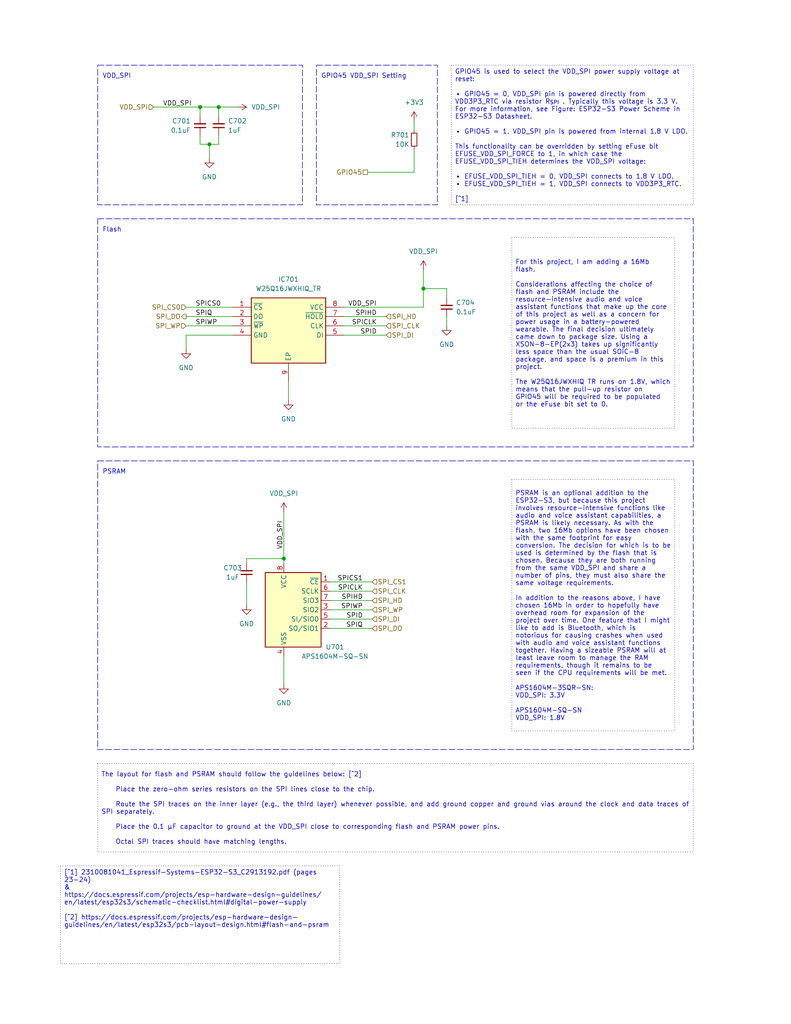
<source format=kicad_sch>
(kicad_sch
	(version 20231120)
	(generator "eeschema")
	(generator_version "8.0")
	(uuid "fe00a61c-d55a-4142-ad5f-2ce57ec2e881")
	(paper "A" portrait)
	(title_block
		(title "Comms Badge Voice Assistant")
		(date "2024-03-02")
		(rev "0.1.1")
		(company "Home Sweet Home Assistant")
	)
	(lib_symbols
		(symbol "Comms Badge Voice Assistant Project:+3V3"
			(power)
			(pin_names
				(offset 0)
			)
			(exclude_from_sim no)
			(in_bom yes)
			(on_board yes)
			(property "Reference" "#PWR"
				(at 0 -3.81 0)
				(effects
					(font
						(size 1.27 1.27)
					)
					(hide yes)
				)
			)
			(property "Value" "+3V3"
				(at 0 3.556 0)
				(effects
					(font
						(size 1.27 1.27)
					)
				)
			)
			(property "Footprint" ""
				(at 0 0 0)
				(effects
					(font
						(size 1.27 1.27)
					)
					(hide yes)
				)
			)
			(property "Datasheet" ""
				(at 0 0 0)
				(effects
					(font
						(size 1.27 1.27)
					)
					(hide yes)
				)
			)
			(property "Description" "Power symbol creates a global label with name \"+3V3\""
				(at 0 0 0)
				(effects
					(font
						(size 1.27 1.27)
					)
					(hide yes)
				)
			)
			(property "ki_keywords" "global power"
				(at 0 0 0)
				(effects
					(font
						(size 1.27 1.27)
					)
					(hide yes)
				)
			)
			(symbol "+3V3_0_1"
				(polyline
					(pts
						(xy -0.762 1.27) (xy 0 2.54)
					)
					(stroke
						(width 0)
						(type default)
					)
					(fill
						(type none)
					)
				)
				(polyline
					(pts
						(xy 0 0) (xy 0 2.54)
					)
					(stroke
						(width 0)
						(type default)
					)
					(fill
						(type none)
					)
				)
				(polyline
					(pts
						(xy 0 2.54) (xy 0.762 1.27)
					)
					(stroke
						(width 0)
						(type default)
					)
					(fill
						(type none)
					)
				)
			)
			(symbol "+3V3_1_1"
				(pin power_in line
					(at 0 0 90)
					(length 0) hide
					(name "+3V3"
						(effects
							(font
								(size 1.27 1.27)
							)
						)
					)
					(number "1"
						(effects
							(font
								(size 1.27 1.27)
							)
						)
					)
				)
			)
		)
		(symbol "Comms Badge Voice Assistant Project:C_Small"
			(pin_numbers hide)
			(pin_names
				(offset 0.254) hide)
			(exclude_from_sim no)
			(in_bom yes)
			(on_board yes)
			(property "Reference" "C"
				(at 0.254 1.778 0)
				(effects
					(font
						(size 1.27 1.27)
					)
					(justify left)
				)
			)
			(property "Value" "C_Small"
				(at 0.254 -2.032 0)
				(effects
					(font
						(size 1.27 1.27)
					)
					(justify left)
				)
			)
			(property "Footprint" ""
				(at 0 0 0)
				(effects
					(font
						(size 1.27 1.27)
					)
					(hide yes)
				)
			)
			(property "Datasheet" "~"
				(at 0 0 0)
				(effects
					(font
						(size 1.27 1.27)
					)
					(hide yes)
				)
			)
			(property "Description" "Unpolarized capacitor, small symbol"
				(at 0 0 0)
				(effects
					(font
						(size 1.27 1.27)
					)
					(hide yes)
				)
			)
			(property "ki_keywords" "capacitor cap"
				(at 0 0 0)
				(effects
					(font
						(size 1.27 1.27)
					)
					(hide yes)
				)
			)
			(property "ki_fp_filters" "C_*"
				(at 0 0 0)
				(effects
					(font
						(size 1.27 1.27)
					)
					(hide yes)
				)
			)
			(symbol "C_Small_0_1"
				(polyline
					(pts
						(xy -1.524 -0.508) (xy 1.524 -0.508)
					)
					(stroke
						(width 0.3302)
						(type default)
					)
					(fill
						(type none)
					)
				)
				(polyline
					(pts
						(xy -1.524 0.508) (xy 1.524 0.508)
					)
					(stroke
						(width 0.3048)
						(type default)
					)
					(fill
						(type none)
					)
				)
			)
			(symbol "C_Small_1_1"
				(pin passive line
					(at 0 2.54 270)
					(length 2.032)
					(name "~"
						(effects
							(font
								(size 1.27 1.27)
							)
						)
					)
					(number "1"
						(effects
							(font
								(size 1.27 1.27)
							)
						)
					)
				)
				(pin passive line
					(at 0 -2.54 90)
					(length 2.032)
					(name "~"
						(effects
							(font
								(size 1.27 1.27)
							)
						)
					)
					(number "2"
						(effects
							(font
								(size 1.27 1.27)
							)
						)
					)
				)
			)
		)
		(symbol "Comms Badge Voice Assistant Project:ESP-PSRAM32"
			(exclude_from_sim no)
			(in_bom yes)
			(on_board yes)
			(property "Reference" "U5"
				(at -8.89 1.27 0)
				(effects
					(font
						(size 1.27 1.27)
					)
					(justify right)
				)
			)
			(property "Value" "APS1604M-3SQR-SN"
				(at -8.89 -1.27 0)
				(effects
					(font
						(size 1.27 1.27)
					)
					(justify right)
				)
			)
			(property "Footprint" "Package_SO:SOIC-8_3.9x4.9mm_P1.27mm"
				(at 0 -15.24 0)
				(effects
					(font
						(size 1.27 1.27)
					)
					(hide yes)
				)
			)
			(property "Datasheet" "https://www.espressif.com/sites/default/files/documentation/esp-psram32_datasheet_en.pdf"
				(at -10.16 12.7 0)
				(effects
					(font
						(size 1.27 1.27)
					)
					(hide yes)
				)
			)
			(property "Description" "32 Mbit serial pseudo SRAM device organized as 4Mx8 bits, 1.8 VCC, SOIC8 (SOP8)"
				(at 0 0 0)
				(effects
					(font
						(size 1.27 1.27)
					)
					(hide yes)
				)
			)
			(property "ki_keywords" "32 Mbit serial pseudo SRAM MEMORY"
				(at 0 0 0)
				(effects
					(font
						(size 1.27 1.27)
					)
					(hide yes)
				)
			)
			(property "ki_fp_filters" "SOIC*3.9x4.9mm?P1.27mm*"
				(at 0 0 0)
				(effects
					(font
						(size 1.27 1.27)
					)
					(hide yes)
				)
			)
			(symbol "ESP-PSRAM32_0_1"
				(rectangle
					(start -7.62 10.16)
					(end 7.62 -10.16)
					(stroke
						(width 0.254)
						(type default)
					)
					(fill
						(type background)
					)
				)
			)
			(symbol "ESP-PSRAM32_1_1"
				(pin input line
					(at 10.16 7.62 180)
					(length 2.54)
					(name "~{CE}"
						(effects
							(font
								(size 1.27 1.27)
							)
						)
					)
					(number "1"
						(effects
							(font
								(size 1.27 1.27)
							)
						)
					)
				)
				(pin output line
					(at 10.16 -5.08 180)
					(length 2.54)
					(name "SO/SIO1"
						(effects
							(font
								(size 1.27 1.27)
							)
						)
					)
					(number "2"
						(effects
							(font
								(size 1.27 1.27)
							)
						)
					)
				)
				(pin bidirectional line
					(at 10.16 0 180)
					(length 2.54)
					(name "SIO2"
						(effects
							(font
								(size 1.27 1.27)
							)
						)
					)
					(number "3"
						(effects
							(font
								(size 1.27 1.27)
							)
						)
					)
				)
				(pin power_in line
					(at -2.54 -12.7 90)
					(length 2.54)
					(name "VSS"
						(effects
							(font
								(size 1.27 1.27)
							)
						)
					)
					(number "4"
						(effects
							(font
								(size 1.27 1.27)
							)
						)
					)
				)
				(pin input line
					(at 10.16 -2.54 180)
					(length 2.54)
					(name "SI/SIO0"
						(effects
							(font
								(size 1.27 1.27)
							)
						)
					)
					(number "5"
						(effects
							(font
								(size 1.27 1.27)
							)
						)
					)
				)
				(pin output line
					(at 10.16 5.08 180)
					(length 2.54)
					(name "SCLK"
						(effects
							(font
								(size 1.27 1.27)
							)
						)
					)
					(number "6"
						(effects
							(font
								(size 1.27 1.27)
							)
						)
					)
				)
				(pin bidirectional line
					(at 10.16 2.54 180)
					(length 2.54)
					(name "SIO3"
						(effects
							(font
								(size 1.27 1.27)
							)
						)
					)
					(number "7"
						(effects
							(font
								(size 1.27 1.27)
							)
						)
					)
				)
				(pin power_in line
					(at -2.54 12.7 270)
					(length 2.54)
					(name "VCC"
						(effects
							(font
								(size 1.27 1.27)
							)
						)
					)
					(number "8"
						(effects
							(font
								(size 1.27 1.27)
							)
						)
					)
				)
			)
		)
		(symbol "Comms Badge Voice Assistant Project:GND"
			(power)
			(pin_names
				(offset 0)
			)
			(exclude_from_sim no)
			(in_bom yes)
			(on_board yes)
			(property "Reference" "#PWR"
				(at 0 -6.35 0)
				(effects
					(font
						(size 1.27 1.27)
					)
					(hide yes)
				)
			)
			(property "Value" "GND"
				(at 0 -3.81 0)
				(effects
					(font
						(size 1.27 1.27)
					)
				)
			)
			(property "Footprint" ""
				(at 0 0 0)
				(effects
					(font
						(size 1.27 1.27)
					)
					(hide yes)
				)
			)
			(property "Datasheet" ""
				(at 0 0 0)
				(effects
					(font
						(size 1.27 1.27)
					)
					(hide yes)
				)
			)
			(property "Description" "Power symbol creates a global label with name \"GND\" , ground"
				(at 0 0 0)
				(effects
					(font
						(size 1.27 1.27)
					)
					(hide yes)
				)
			)
			(property "ki_keywords" "global power"
				(at 0 0 0)
				(effects
					(font
						(size 1.27 1.27)
					)
					(hide yes)
				)
			)
			(symbol "GND_0_1"
				(polyline
					(pts
						(xy 0 0) (xy 0 -1.27) (xy 1.27 -1.27) (xy 0 -2.54) (xy -1.27 -1.27) (xy 0 -1.27)
					)
					(stroke
						(width 0)
						(type default)
					)
					(fill
						(type none)
					)
				)
			)
			(symbol "GND_1_1"
				(pin power_in line
					(at 0 0 270)
					(length 0) hide
					(name "GND"
						(effects
							(font
								(size 1.27 1.27)
							)
						)
					)
					(number "1"
						(effects
							(font
								(size 1.27 1.27)
							)
						)
					)
				)
			)
		)
		(symbol "Comms Badge Voice Assistant Project:R_Small"
			(pin_numbers hide)
			(pin_names
				(offset 0.254) hide)
			(exclude_from_sim no)
			(in_bom yes)
			(on_board yes)
			(property "Reference" "R"
				(at 0.762 0.508 0)
				(effects
					(font
						(size 1.27 1.27)
					)
					(justify left)
				)
			)
			(property "Value" "R_Small"
				(at 0.762 -1.016 0)
				(effects
					(font
						(size 1.27 1.27)
					)
					(justify left)
				)
			)
			(property "Footprint" ""
				(at 0 0 0)
				(effects
					(font
						(size 1.27 1.27)
					)
					(hide yes)
				)
			)
			(property "Datasheet" "~"
				(at 0 0 0)
				(effects
					(font
						(size 1.27 1.27)
					)
					(hide yes)
				)
			)
			(property "Description" "Resistor, small symbol"
				(at 0 0 0)
				(effects
					(font
						(size 1.27 1.27)
					)
					(hide yes)
				)
			)
			(property "ki_keywords" "R resistor"
				(at 0 0 0)
				(effects
					(font
						(size 1.27 1.27)
					)
					(hide yes)
				)
			)
			(property "ki_fp_filters" "R_*"
				(at 0 0 0)
				(effects
					(font
						(size 1.27 1.27)
					)
					(hide yes)
				)
			)
			(symbol "R_Small_0_1"
				(rectangle
					(start -0.762 1.778)
					(end 0.762 -1.778)
					(stroke
						(width 0.2032)
						(type default)
					)
					(fill
						(type none)
					)
				)
			)
			(symbol "R_Small_1_1"
				(pin passive line
					(at 0 2.54 270)
					(length 0.762)
					(name "~"
						(effects
							(font
								(size 1.27 1.27)
							)
						)
					)
					(number "1"
						(effects
							(font
								(size 1.27 1.27)
							)
						)
					)
				)
				(pin passive line
					(at 0 -2.54 90)
					(length 0.762)
					(name "~"
						(effects
							(font
								(size 1.27 1.27)
							)
						)
					)
					(number "2"
						(effects
							(font
								(size 1.27 1.27)
							)
						)
					)
				)
			)
		)
		(symbol "Comms Badge Voice Assistant Project:VDD"
			(power)
			(pin_names
				(offset 0)
			)
			(exclude_from_sim no)
			(in_bom yes)
			(on_board yes)
			(property "Reference" "#PWR039"
				(at 0 -3.81 0)
				(effects
					(font
						(size 1.27 1.27)
					)
					(hide yes)
				)
			)
			(property "Value" "VDD_SPI"
				(at 0 5.08 0)
				(effects
					(font
						(size 1.27 1.27)
					)
				)
			)
			(property "Footprint" ""
				(at 0 0 0)
				(effects
					(font
						(size 1.27 1.27)
					)
					(hide yes)
				)
			)
			(property "Datasheet" ""
				(at 0 0 0)
				(effects
					(font
						(size 1.27 1.27)
					)
					(hide yes)
				)
			)
			(property "Description" "Power symbol creates a global label with name \"VDD\""
				(at 0 0 0)
				(effects
					(font
						(size 1.27 1.27)
					)
					(hide yes)
				)
			)
			(property "ki_keywords" "global power"
				(at 0 0 0)
				(effects
					(font
						(size 1.27 1.27)
					)
					(hide yes)
				)
			)
			(symbol "VDD_0_1"
				(polyline
					(pts
						(xy -0.762 1.27) (xy 0 2.54)
					)
					(stroke
						(width 0)
						(type default)
					)
					(fill
						(type none)
					)
				)
				(polyline
					(pts
						(xy 0 0) (xy 0 2.54)
					)
					(stroke
						(width 0)
						(type default)
					)
					(fill
						(type none)
					)
				)
				(polyline
					(pts
						(xy 0 2.54) (xy 0.762 1.27)
					)
					(stroke
						(width 0)
						(type default)
					)
					(fill
						(type none)
					)
				)
			)
			(symbol "VDD_1_1"
				(pin power_in line
					(at 0 0 90)
					(length 0) hide
					(name "VDD_SPI"
						(effects
							(font
								(size 1.27 1.27)
							)
						)
					)
					(number "1"
						(effects
							(font
								(size 1.27 1.27)
							)
						)
					)
				)
			)
		)
		(symbol "Comms Badge Voice Assistant Project:W25Q16JWXHIQ_TR"
			(exclude_from_sim no)
			(in_bom yes)
			(on_board yes)
			(property "Reference" "IC701"
				(at 27.94 7.62 0)
				(effects
					(font
						(size 1.27 1.27)
					)
				)
			)
			(property "Value" "W25Q16JWXHIQ_TR"
				(at 27.94 5.08 0)
				(effects
					(font
						(size 1.27 1.27)
					)
				)
			)
			(property "Footprint" "SON50P300X200X40-9N"
				(at 52.07 -94.92 0)
				(effects
					(font
						(size 1.27 1.27)
					)
					(justify left top)
					(hide yes)
				)
			)
			(property "Datasheet" "https://datasheet.lcsc.com/lcsc/2304140030_Winbond-Elec-W25Q16JVSNIQ_C115407.pdf"
				(at 52.07 -194.92 0)
				(effects
					(font
						(size 1.27 1.27)
					)
					(justify left top)
					(hide yes)
				)
			)
			(property "Description" "SPIFLASH, 1.8V, 16M-BIT, 4KB UNIFORM SECTOR"
				(at 0 0 0)
				(effects
					(font
						(size 1.27 1.27)
					)
					(hide yes)
				)
			)
			(property "LCSC #" "C115407"
				(at 0 0 0)
				(effects
					(font
						(size 1.27 1.27)
					)
					(hide yes)
				)
			)
			(property "Mfr. Part #" "W25Q16JVSNIQ"
				(at 0 0 0)
				(effects
					(font
						(size 1.27 1.27)
					)
					(hide yes)
				)
			)
			(property "DigiKey #" "W25Q16JVSNIQ-ND"
				(at 0 0 0)
				(effects
					(font
						(size 1.27 1.27)
					)
					(hide yes)
				)
			)
			(property "Mouser #" "454-W25Q16JVSNIQ"
				(at 0 0 0)
				(effects
					(font
						(size 1.27 1.27)
					)
					(hide yes)
				)
			)
			(property "Price" "0.308"
				(at 0 0 0)
				(effects
					(font
						(size 1.27 1.27)
					)
					(hide yes)
				)
			)
			(property "Height" "0.4"
				(at 52.07 -394.92 0)
				(effects
					(font
						(size 1.27 1.27)
					)
					(justify left top)
					(hide yes)
				)
			)
			(property "Mouser Part Number" "454-W25Q16JWXHIQTR"
				(at 52.07 -494.92 0)
				(effects
					(font
						(size 1.27 1.27)
					)
					(justify left top)
					(hide yes)
				)
			)
			(property "Mouser Price/Stock" "https://www.mouser.co.uk/ProductDetail/Winbond/W25Q16JWXHIQ-TR?qs=YwPsRIUVAOdYBeCP6UUmNw%3D%3D"
				(at 52.07 -594.92 0)
				(effects
					(font
						(size 1.27 1.27)
					)
					(justify left top)
					(hide yes)
				)
			)
			(property "Manufacturer_Name" "Winbond"
				(at 52.07 -694.92 0)
				(effects
					(font
						(size 1.27 1.27)
					)
					(justify left top)
					(hide yes)
				)
			)
			(property "Manufacturer_Part_Number" "W25Q16JWXHIQ TR"
				(at 52.07 -794.92 0)
				(effects
					(font
						(size 1.27 1.27)
					)
					(justify left top)
					(hide yes)
				)
			)
			(symbol "W25Q16JWXHIQ_TR_1_1"
				(rectangle
					(start 17.78 2.54)
					(end 38.1 -15.24)
					(stroke
						(width 0.254)
						(type default)
					)
					(fill
						(type background)
					)
				)
				(pin passive line
					(at 12.7 0 0)
					(length 5.08)
					(name "~{CS}"
						(effects
							(font
								(size 1.27 1.27)
							)
						)
					)
					(number "1"
						(effects
							(font
								(size 1.27 1.27)
							)
						)
					)
				)
				(pin passive line
					(at 12.7 -2.54 0)
					(length 5.08)
					(name "DO"
						(effects
							(font
								(size 1.27 1.27)
							)
						)
					)
					(number "2"
						(effects
							(font
								(size 1.27 1.27)
							)
						)
					)
				)
				(pin passive line
					(at 12.7 -5.08 0)
					(length 5.08)
					(name "~{WP}"
						(effects
							(font
								(size 1.27 1.27)
							)
						)
					)
					(number "3"
						(effects
							(font
								(size 1.27 1.27)
							)
						)
					)
				)
				(pin passive line
					(at 12.7 -7.62 0)
					(length 5.08)
					(name "GND"
						(effects
							(font
								(size 1.27 1.27)
							)
						)
					)
					(number "4"
						(effects
							(font
								(size 1.27 1.27)
							)
						)
					)
				)
				(pin passive line
					(at 43.18 -7.62 180)
					(length 5.08)
					(name "DI"
						(effects
							(font
								(size 1.27 1.27)
							)
						)
					)
					(number "5"
						(effects
							(font
								(size 1.27 1.27)
							)
						)
					)
				)
				(pin passive line
					(at 43.18 -5.08 180)
					(length 5.08)
					(name "CLK"
						(effects
							(font
								(size 1.27 1.27)
							)
						)
					)
					(number "6"
						(effects
							(font
								(size 1.27 1.27)
							)
						)
					)
				)
				(pin passive line
					(at 43.18 -2.54 180)
					(length 5.08)
					(name "~{HOLD}"
						(effects
							(font
								(size 1.27 1.27)
							)
						)
					)
					(number "7"
						(effects
							(font
								(size 1.27 1.27)
							)
						)
					)
				)
				(pin passive line
					(at 43.18 0 180)
					(length 5.08)
					(name "VCC"
						(effects
							(font
								(size 1.27 1.27)
							)
						)
					)
					(number "8"
						(effects
							(font
								(size 1.27 1.27)
							)
						)
					)
				)
				(pin passive line
					(at 27.94 -20.32 90)
					(length 5.08)
					(name "EP"
						(effects
							(font
								(size 1.27 1.27)
							)
						)
					)
					(number "9"
						(effects
							(font
								(size 1.27 1.27)
							)
						)
					)
				)
			)
		)
		(symbol "VDD_1"
			(power)
			(pin_names
				(offset 0)
			)
			(exclude_from_sim no)
			(in_bom yes)
			(on_board yes)
			(property "Reference" "#PWR040"
				(at 0 -3.81 0)
				(effects
					(font
						(size 1.27 1.27)
					)
					(hide yes)
				)
			)
			(property "Value" "VDD_SPI"
				(at 0 5.08 0)
				(effects
					(font
						(size 1.27 1.27)
					)
				)
			)
			(property "Footprint" ""
				(at 0 0 0)
				(effects
					(font
						(size 1.27 1.27)
					)
					(hide yes)
				)
			)
			(property "Datasheet" ""
				(at 0 0 0)
				(effects
					(font
						(size 1.27 1.27)
					)
					(hide yes)
				)
			)
			(property "Description" "Power symbol creates a global label with name \"VDD\""
				(at 0 0 0)
				(effects
					(font
						(size 1.27 1.27)
					)
					(hide yes)
				)
			)
			(property "ki_keywords" "global power"
				(at 0 0 0)
				(effects
					(font
						(size 1.27 1.27)
					)
					(hide yes)
				)
			)
			(symbol "VDD_1_0_1"
				(polyline
					(pts
						(xy -0.762 1.27) (xy 0 2.54)
					)
					(stroke
						(width 0)
						(type default)
					)
					(fill
						(type none)
					)
				)
				(polyline
					(pts
						(xy 0 0) (xy 0 2.54)
					)
					(stroke
						(width 0)
						(type default)
					)
					(fill
						(type none)
					)
				)
				(polyline
					(pts
						(xy 0 2.54) (xy 0.762 1.27)
					)
					(stroke
						(width 0)
						(type default)
					)
					(fill
						(type none)
					)
				)
			)
			(symbol "VDD_1_1_1"
				(pin power_in line
					(at 0 0 90)
					(length 0) hide
					(name "VDD"
						(effects
							(font
								(size 1.27 1.27)
							)
						)
					)
					(number "1"
						(effects
							(font
								(size 1.27 1.27)
							)
						)
					)
				)
			)
		)
		(symbol "VDD_2"
			(power)
			(pin_names
				(offset 0)
			)
			(exclude_from_sim no)
			(in_bom yes)
			(on_board yes)
			(property "Reference" "#PWR041"
				(at 0 -3.81 0)
				(effects
					(font
						(size 1.27 1.27)
					)
					(hide yes)
				)
			)
			(property "Value" "VDD_SPI"
				(at 0 5.08 0)
				(effects
					(font
						(size 1.27 1.27)
					)
				)
			)
			(property "Footprint" ""
				(at 0 0 0)
				(effects
					(font
						(size 1.27 1.27)
					)
					(hide yes)
				)
			)
			(property "Datasheet" ""
				(at 0 0 0)
				(effects
					(font
						(size 1.27 1.27)
					)
					(hide yes)
				)
			)
			(property "Description" "Power symbol creates a global label with name \"VDD\""
				(at 0 0 0)
				(effects
					(font
						(size 1.27 1.27)
					)
					(hide yes)
				)
			)
			(property "ki_keywords" "global power"
				(at 0 0 0)
				(effects
					(font
						(size 1.27 1.27)
					)
					(hide yes)
				)
			)
			(symbol "VDD_2_0_1"
				(polyline
					(pts
						(xy -0.762 1.27) (xy 0 2.54)
					)
					(stroke
						(width 0)
						(type default)
					)
					(fill
						(type none)
					)
				)
				(polyline
					(pts
						(xy 0 0) (xy 0 2.54)
					)
					(stroke
						(width 0)
						(type default)
					)
					(fill
						(type none)
					)
				)
				(polyline
					(pts
						(xy 0 2.54) (xy 0.762 1.27)
					)
					(stroke
						(width 0)
						(type default)
					)
					(fill
						(type none)
					)
				)
			)
			(symbol "VDD_2_1_1"
				(pin power_in line
					(at 0 0 90)
					(length 0) hide
					(name "VDD"
						(effects
							(font
								(size 1.27 1.27)
							)
						)
					)
					(number "1"
						(effects
							(font
								(size 1.27 1.27)
							)
						)
					)
				)
			)
		)
	)
	(junction
		(at 57.15 39.37)
		(diameter 0)
		(color 0 0 0 0)
		(uuid "176734e5-dc08-4d8e-a97f-f3a95623e2cb")
	)
	(junction
		(at 77.47 152.4)
		(diameter 0)
		(color 0 0 0 0)
		(uuid "3a2b59ae-5151-41d7-a86d-8d7f6d31b43b")
	)
	(junction
		(at 115.57 78.74)
		(diameter 0)
		(color 0 0 0 0)
		(uuid "6b78348c-ce29-430f-ad90-1609bac78f96")
	)
	(junction
		(at 59.69 29.21)
		(diameter 0)
		(color 0 0 0 0)
		(uuid "7ab7b202-ed42-43b8-83a8-0698dc31e49f")
	)
	(junction
		(at 54.61 29.21)
		(diameter 0)
		(color 0 0 0 0)
		(uuid "dd3a5774-84e8-440e-95a0-c7728d4e6c1f")
	)
	(wire
		(pts
			(xy 57.15 39.37) (xy 57.15 43.18)
		)
		(stroke
			(width 0)
			(type default)
		)
		(uuid "001b9c38-10d2-4e50-b262-dae35bdb9c6e")
	)
	(wire
		(pts
			(xy 67.31 158.75) (xy 67.31 165.1)
		)
		(stroke
			(width 0)
			(type default)
		)
		(uuid "0500a828-1489-4516-8322-e7353965f862")
	)
	(wire
		(pts
			(xy 54.61 36.83) (xy 54.61 39.37)
		)
		(stroke
			(width 0)
			(type default)
		)
		(uuid "09e3755d-98af-44e4-8553-e2843ce96c82")
	)
	(wire
		(pts
			(xy 50.8 83.82) (xy 63.5 83.82)
		)
		(stroke
			(width 0)
			(type default)
		)
		(uuid "0aadff01-2446-426f-94ca-adf9bf742a4a")
	)
	(wire
		(pts
			(xy 50.8 88.9) (xy 63.5 88.9)
		)
		(stroke
			(width 0)
			(type default)
		)
		(uuid "0e97cf31-9d87-41c2-b18c-78811c09274c")
	)
	(wire
		(pts
			(xy 113.03 33.02) (xy 113.03 35.56)
		)
		(stroke
			(width 0)
			(type default)
		)
		(uuid "0f79f981-036d-40c7-9431-c01351f3c227")
	)
	(wire
		(pts
			(xy 77.47 139.7) (xy 77.47 152.4)
		)
		(stroke
			(width 0)
			(type default)
		)
		(uuid "1e19a123-7373-41ed-9f6b-5355a22232d7")
	)
	(wire
		(pts
			(xy 121.92 78.74) (xy 115.57 78.74)
		)
		(stroke
			(width 0)
			(type default)
		)
		(uuid "1efdff17-ddef-4f54-8a4f-8f3ba1c61b77")
	)
	(wire
		(pts
			(xy 93.98 86.36) (xy 105.41 86.36)
		)
		(stroke
			(width 0)
			(type default)
		)
		(uuid "31b475c2-c34a-470d-b3e3-25c8dd9b3d0f")
	)
	(wire
		(pts
			(xy 121.92 81.28) (xy 121.92 78.74)
		)
		(stroke
			(width 0)
			(type default)
		)
		(uuid "335c7eb1-78f1-4022-a54f-109bd8d8e7cf")
	)
	(wire
		(pts
			(xy 93.98 91.44) (xy 105.41 91.44)
		)
		(stroke
			(width 0)
			(type default)
		)
		(uuid "351007f7-a113-4326-bcdf-b79b868b54b0")
	)
	(wire
		(pts
			(xy 90.17 168.91) (xy 101.6 168.91)
		)
		(stroke
			(width 0)
			(type default)
		)
		(uuid "4328d29f-6b99-4c97-88da-505e4bcaf44b")
	)
	(wire
		(pts
			(xy 67.31 153.67) (xy 67.31 152.4)
		)
		(stroke
			(width 0)
			(type default)
		)
		(uuid "45139aae-de19-470f-b240-416c091020a6")
	)
	(wire
		(pts
			(xy 59.69 36.83) (xy 59.69 39.37)
		)
		(stroke
			(width 0)
			(type default)
		)
		(uuid "4bb895a1-ec9f-4085-9e6c-9181fb9f7f03")
	)
	(wire
		(pts
			(xy 93.98 83.82) (xy 115.57 83.82)
		)
		(stroke
			(width 0)
			(type default)
		)
		(uuid "59dfd7cc-9ebf-4e59-b320-1c745064c0ee")
	)
	(wire
		(pts
			(xy 90.17 163.83) (xy 101.6 163.83)
		)
		(stroke
			(width 0)
			(type default)
		)
		(uuid "6788b284-568c-4451-8f17-3719e3375458")
	)
	(wire
		(pts
			(xy 90.17 171.45) (xy 101.6 171.45)
		)
		(stroke
			(width 0)
			(type default)
		)
		(uuid "69db4964-fe57-4e6b-ab27-2a4392d3fb35")
	)
	(wire
		(pts
			(xy 50.8 91.44) (xy 63.5 91.44)
		)
		(stroke
			(width 0)
			(type default)
		)
		(uuid "705cdaca-3d4d-4630-9292-c57388416887")
	)
	(wire
		(pts
			(xy 54.61 39.37) (xy 57.15 39.37)
		)
		(stroke
			(width 0)
			(type default)
		)
		(uuid "8716502d-db25-4010-9f45-2ebbd02a2487")
	)
	(wire
		(pts
			(xy 59.69 31.75) (xy 59.69 29.21)
		)
		(stroke
			(width 0)
			(type default)
		)
		(uuid "8a8b31e8-5f10-454d-8c5f-adbba4b19a14")
	)
	(wire
		(pts
			(xy 121.92 86.36) (xy 121.92 88.9)
		)
		(stroke
			(width 0)
			(type default)
		)
		(uuid "8e4aa1d2-f1e9-412b-a632-0b864e17ec42")
	)
	(wire
		(pts
			(xy 67.31 152.4) (xy 77.47 152.4)
		)
		(stroke
			(width 0)
			(type default)
		)
		(uuid "91d35439-2487-4b6f-938d-91a28c95aa1d")
	)
	(wire
		(pts
			(xy 50.8 95.25) (xy 50.8 91.44)
		)
		(stroke
			(width 0)
			(type default)
		)
		(uuid "9bb59bdc-ec17-43c5-b797-ce6d2ff8b32c")
	)
	(wire
		(pts
			(xy 77.47 179.07) (xy 77.47 186.69)
		)
		(stroke
			(width 0)
			(type default)
		)
		(uuid "9cc9a488-91a4-4bee-833c-5e568db1e164")
	)
	(wire
		(pts
			(xy 50.8 86.36) (xy 63.5 86.36)
		)
		(stroke
			(width 0)
			(type default)
		)
		(uuid "9d8a134f-bd09-4c5e-839c-59e8647fa484")
	)
	(wire
		(pts
			(xy 115.57 78.74) (xy 115.57 83.82)
		)
		(stroke
			(width 0)
			(type default)
		)
		(uuid "af1843da-e6c3-4a85-9096-2335e7e3fcf2")
	)
	(wire
		(pts
			(xy 90.17 166.37) (xy 101.6 166.37)
		)
		(stroke
			(width 0)
			(type default)
		)
		(uuid "b77400b0-c1d4-4b10-869b-f74556484110")
	)
	(wire
		(pts
			(xy 77.47 152.4) (xy 77.47 153.67)
		)
		(stroke
			(width 0)
			(type default)
		)
		(uuid "b979d911-030d-44d8-957b-c5f3d9b717c6")
	)
	(wire
		(pts
			(xy 113.03 46.99) (xy 113.03 40.64)
		)
		(stroke
			(width 0)
			(type default)
		)
		(uuid "bd96be18-c72a-4f15-9500-89db66b0529f")
	)
	(wire
		(pts
			(xy 90.17 161.29) (xy 101.6 161.29)
		)
		(stroke
			(width 0)
			(type default)
		)
		(uuid "c03dc06a-ca05-428e-97b4-d215998cb520")
	)
	(wire
		(pts
			(xy 54.61 29.21) (xy 54.61 31.75)
		)
		(stroke
			(width 0)
			(type default)
		)
		(uuid "c0b999c4-366e-422a-907f-7a62ebd9068e")
	)
	(wire
		(pts
			(xy 59.69 39.37) (xy 57.15 39.37)
		)
		(stroke
			(width 0)
			(type default)
		)
		(uuid "cec41635-944d-4464-952c-7d76506c646e")
	)
	(wire
		(pts
			(xy 59.69 29.21) (xy 54.61 29.21)
		)
		(stroke
			(width 0)
			(type default)
		)
		(uuid "d527ee83-d03c-49f5-b740-5da2e00fe070")
	)
	(wire
		(pts
			(xy 78.74 104.14) (xy 78.74 109.22)
		)
		(stroke
			(width 0)
			(type default)
		)
		(uuid "d53d3a66-8315-490e-af3d-46baa8fcecfb")
	)
	(wire
		(pts
			(xy 100.33 46.99) (xy 113.03 46.99)
		)
		(stroke
			(width 0)
			(type default)
		)
		(uuid "d577c182-eecb-4fd7-9dfd-f0d035a1f300")
	)
	(wire
		(pts
			(xy 90.17 158.75) (xy 101.6 158.75)
		)
		(stroke
			(width 0)
			(type default)
		)
		(uuid "e47a05fb-9936-457e-87c6-c41775a7b01d")
	)
	(wire
		(pts
			(xy 93.98 88.9) (xy 105.41 88.9)
		)
		(stroke
			(width 0)
			(type default)
		)
		(uuid "e4d2cb0f-6b03-4d74-acc7-44af4680b086")
	)
	(wire
		(pts
			(xy 41.91 29.21) (xy 54.61 29.21)
		)
		(stroke
			(width 0)
			(type default)
		)
		(uuid "ed11b5ea-a4f5-4fd5-b795-96bdb0a99cc5")
	)
	(wire
		(pts
			(xy 59.69 29.21) (xy 64.77 29.21)
		)
		(stroke
			(width 0)
			(type default)
		)
		(uuid "f0433964-9cf1-46d5-9822-ed6ab7c4538e")
	)
	(wire
		(pts
			(xy 115.57 73.66) (xy 115.57 78.74)
		)
		(stroke
			(width 0)
			(type default)
		)
		(uuid "fd939545-2f5e-43de-9551-780cfee9966a")
	)
	(rectangle
		(start 26.67 17.78)
		(end 82.55 55.88)
		(stroke
			(width 0)
			(type dash)
		)
		(fill
			(type none)
		)
		(uuid 55a1dfbe-0c5a-40bd-b0e9-647f83d83209)
	)
	(rectangle
		(start 86.36 17.78)
		(end 119.38 55.88)
		(stroke
			(width 0)
			(type dash)
		)
		(fill
			(type none)
		)
		(uuid 6a07747d-090a-4b63-a8e9-65ada98b9114)
	)
	(rectangle
		(start 26.67 125.73)
		(end 189.23 204.47)
		(stroke
			(width 0)
			(type dash)
		)
		(fill
			(type none)
		)
		(uuid 9ded84aa-80da-46d5-883a-25ae21de665a)
	)
	(rectangle
		(start 26.67 59.69)
		(end 189.23 121.92)
		(stroke
			(width 0)
			(type dash)
		)
		(fill
			(type none)
		)
		(uuid d64b7737-b225-4f29-828e-5cf495644935)
	)
	(text_box "[^1] 2310081041_Espressif-Systems-ESP32-S3_C2913192.pdf (pages 23-24)\n&\nhttps://docs.espressif.com/projects/esp-hardware-design-guidelines/\nen/latest/esp32s3/schematic-checklist.html#digital-power-supply\n\n[^2] https://docs.espressif.com/projects/esp-hardware-design-\nguidelines/en/latest/esp32s3/pcb-layout-design.html#flash-and-psram"
		(exclude_from_sim no)
		(at 16.51 236.22 0)
		(size 76.2 26.67)
		(stroke
			(width 0)
			(type dot)
		)
		(fill
			(type none)
		)
		(effects
			(font
				(size 1.27 1.27)
			)
			(justify left top)
		)
		(uuid "1c5b99c3-9957-4ab3-bd85-c8781fc8df2a")
	)
	(text_box "For this project, I am adding a 16Mb flash.\n\nConsiderations affecting the choice of flash and PSRAM include the resource-intensive audio and voice assistant functions that make up the core of this project as well as a concern for power usage in a battery-powered wearable. The final decision ultimately came down to package size. Using a XSON-8-EP(2x3) takes up significantly less space than the usual SOIC-8 package, and space is a premium in this project.\n\nThe W25Q16JWXHIQ TR runs on 1.8V, which means that the pull-up resistor on GPIO45 will be required to be populated or the eFuse bit set to 0."
		(exclude_from_sim no)
		(at 139.7 64.77 0)
		(size 44.45 52.07)
		(stroke
			(width 0)
			(type dot)
		)
		(fill
			(type none)
		)
		(effects
			(font
				(size 1.27 1.27)
			)
			(justify left)
		)
		(uuid "634b4e1e-a8c6-43fe-a5c8-a0d83c3f8a04")
	)
	(text_box "GPIO45 is used to select the VDD_SPI power supply voltage at reset:\n\n• GPIO45 = 0, VDD_SPI pin is powered directly from VDD3P3_RTC via resistor R_{SPI} . Typically this voltage is 3.3 V. For more information, see Figure: ESP32-S3 Power Scheme in ESP32-S3 Datasheet.\n\n• GPIO45 = 1, VDD_SPI pin is powered from internal 1.8 V LDO.\n\nThis functionality can be overridden by setting eFuse bit EFUSE_VDD_SPI_FORCE to 1, in which case the EFUSE_VDD_SPI_TIEH determines the VDD_SPI voltage:\n\n• EFUSE_VDD_SPI_TIEH = 0, VDD_SPI connects to 1.8 V LDO.\n• EFUSE_VDD_SPI_TIEH = 1, VDD_SPI connects to VDD3P3_RTC.\n\n[^1]"
		(exclude_from_sim no)
		(at 123.19 17.78 0)
		(size 66.04 38.1)
		(stroke
			(width 0)
			(type dot)
		)
		(fill
			(type none)
		)
		(effects
			(font
				(size 1.27 1.27)
			)
			(justify left)
		)
		(uuid "c18de3a0-0db5-4931-9a95-9dd39f19dbb3")
	)
	(text_box "PSRAM is an optional addition to the ESP32-S3, but because this project involves resource-intensive functions like audio and voice assistant capabilities, a PSRAM is likely necessary. As with the flash, two 16Mb options have been chosen with the same footprint for easy conversion. The decision for which is to be used is determined by the flash that is chosen. Because they are both running from the same VDD_SPI and share a number of pins, they must also share the same voltage requirements.\n\nIn addition to the reasons above, I have chosen 16Mb in order to hopefully have overhead room for expansion of the project over time. One feature that I might like to add is Bluetooth, which is notorious for causing crashes when used with audio and voice assistant functions together. Having a sizeable PSRAM will at least leave room to manage the RAM requirements, though it remains to be seen if the CPU requirements will be met.\n\nAPS1604M-3SQR-SN:\nVDD_SPI: 3.3V\n\nAPS1604M-SQ-SN\nVDD_SPI: 1.8V"
		(exclude_from_sim no)
		(at 139.7 130.81 0)
		(size 44.45 68.58)
		(stroke
			(width 0)
			(type dot)
		)
		(fill
			(type none)
		)
		(effects
			(font
				(size 1.27 1.27)
			)
			(justify left)
		)
		(uuid "e2acd24c-8f0e-44ce-bf4d-4539d4da16d7")
	)
	(text_box "The layout for flash and PSRAM should follow the guidelines below: [^2]\n\n    Place the zero-ohm series resistors on the SPI lines close to the chip.\n\n    Route the SPI traces on the inner layer (e.g., the third layer) whenever possible, and add ground copper and ground vias around the clock and data traces of SPI separately.\n\n    Place the 0.1 μF capacitor to ground at the VDD_SPI close to corresponding flash and PSRAM power pins.\n\n    Octal SPI traces should have matching lengths.\n"
		(exclude_from_sim no)
		(at 26.67 208.28 0)
		(size 162.56 24.13)
		(stroke
			(width 0)
			(type dot)
		)
		(fill
			(type none)
		)
		(effects
			(font
				(size 1.27 1.27)
			)
			(justify left)
		)
		(uuid "e82ae624-7f36-4ed1-95ae-7b48c34e0286")
	)
	(text "VDD_SPI"
		(exclude_from_sim no)
		(at 27.94 20.828 0)
		(effects
			(font
				(size 1.27 1.27)
			)
			(justify left)
		)
		(uuid "37501388-455c-4034-bd6b-d03bdb9c95de")
	)
	(text "PSRAM"
		(exclude_from_sim no)
		(at 27.94 128.778 0)
		(effects
			(font
				(size 1.27 1.27)
			)
			(justify left)
		)
		(uuid "5c1464d6-3443-4197-aeb2-db3313f0d383")
	)
	(text "GPIO45 VDD_SPI Setting"
		(exclude_from_sim no)
		(at 87.63 20.828 0)
		(effects
			(font
				(size 1.27 1.27)
			)
			(justify left)
		)
		(uuid "7b7e4ea6-e3fe-44ce-9255-c62aca992b9f")
	)
	(text "Flash"
		(exclude_from_sim no)
		(at 27.94 62.738 0)
		(effects
			(font
				(size 1.27 1.27)
			)
			(justify left)
		)
		(uuid "a52c9e33-151c-44f3-9aa3-471063def417")
	)
	(label "SPIWP"
		(at 99.06 166.37 180)
		(fields_autoplaced yes)
		(effects
			(font
				(size 1.27 1.27)
			)
			(justify right bottom)
		)
		(uuid "0bd7b1a9-6a61-4a57-aad5-9094fa457cac")
	)
	(label "SPICS0"
		(at 53.34 83.82 0)
		(fields_autoplaced yes)
		(effects
			(font
				(size 1.27 1.27)
			)
			(justify left bottom)
		)
		(uuid "2271d024-739b-4488-9af3-4c916f00ed2c")
	)
	(label "SPIHD"
		(at 99.06 163.83 180)
		(fields_autoplaced yes)
		(effects
			(font
				(size 1.27 1.27)
			)
			(justify right bottom)
		)
		(uuid "25f0fce1-a4fc-4a99-aa5a-628b82d8b277")
	)
	(label "SPID"
		(at 102.87 91.44 180)
		(fields_autoplaced yes)
		(effects
			(font
				(size 1.27 1.27)
			)
			(justify right bottom)
		)
		(uuid "4791222b-2e8d-4764-85f1-d9c4f9750fdb")
	)
	(label "VDD_SPI"
		(at 77.47 149.86 90)
		(fields_autoplaced yes)
		(effects
			(font
				(size 1.27 1.27)
			)
			(justify left bottom)
		)
		(uuid "545a0c74-8918-416f-a301-0199b396044f")
	)
	(label "SPIHD"
		(at 102.87 86.36 180)
		(fields_autoplaced yes)
		(effects
			(font
				(size 1.27 1.27)
			)
			(justify right bottom)
		)
		(uuid "74ac46e9-6499-41ee-8fd0-dd756231d42a")
	)
	(label "VDD_SPI"
		(at 102.87 83.82 180)
		(fields_autoplaced yes)
		(effects
			(font
				(size 1.27 1.27)
			)
			(justify right bottom)
		)
		(uuid "78e2e5a9-7285-4b71-b792-fd3edd389c74")
	)
	(label "SPICS1"
		(at 99.06 158.75 180)
		(fields_autoplaced yes)
		(effects
			(font
				(size 1.27 1.27)
			)
			(justify right bottom)
		)
		(uuid "8c0d86d3-ed0d-4bb6-8fe7-5ce79a990ac7")
	)
	(label "SPIQ"
		(at 53.34 86.36 0)
		(fields_autoplaced yes)
		(effects
			(font
				(size 1.27 1.27)
			)
			(justify left bottom)
		)
		(uuid "c0d323f9-5490-4f2f-83e8-d29842a52270")
	)
	(label "SPIWP"
		(at 53.34 88.9 0)
		(fields_autoplaced yes)
		(effects
			(font
				(size 1.27 1.27)
			)
			(justify left bottom)
		)
		(uuid "c398a36a-6b31-4077-a3ac-34fd8f0c63d1")
	)
	(label "VDD_SPI"
		(at 44.45 29.21 0)
		(fields_autoplaced yes)
		(effects
			(font
				(size 1.27 1.27)
			)
			(justify left bottom)
		)
		(uuid "d7bf1467-1a90-430f-87b8-793fb2daa858")
	)
	(label "SPIQ"
		(at 99.06 171.45 180)
		(fields_autoplaced yes)
		(effects
			(font
				(size 1.27 1.27)
			)
			(justify right bottom)
		)
		(uuid "eda6997e-67b7-4d54-8978-aa4ce4189f23")
	)
	(label "SPID"
		(at 99.06 168.91 180)
		(fields_autoplaced yes)
		(effects
			(font
				(size 1.27 1.27)
			)
			(justify right bottom)
		)
		(uuid "f091f311-8c3c-4e48-88da-bc6c8dc7d0f0")
	)
	(label "SPICLK"
		(at 102.87 88.9 180)
		(fields_autoplaced yes)
		(effects
			(font
				(size 1.27 1.27)
			)
			(justify right bottom)
		)
		(uuid "f1d1e5fb-2d31-4f47-9726-f64b6611d56b")
	)
	(label "SPICLK"
		(at 99.06 161.29 180)
		(fields_autoplaced yes)
		(effects
			(font
				(size 1.27 1.27)
			)
			(justify right bottom)
		)
		(uuid "fb5ef11b-d4d5-4c81-9172-d084978639ae")
	)
	(hierarchical_label "SPI_DI"
		(shape input)
		(at 105.41 91.44 0)
		(fields_autoplaced yes)
		(effects
			(font
				(size 1.27 1.27)
			)
			(justify left)
		)
		(uuid "06e923c0-76ad-4d6c-bb0b-0b02871b96f2")
	)
	(hierarchical_label "SPI_HD"
		(shape input)
		(at 101.6 163.83 0)
		(fields_autoplaced yes)
		(effects
			(font
				(size 1.27 1.27)
			)
			(justify left)
		)
		(uuid "246a6c2d-1bcb-46cb-b94d-29997bf57604")
	)
	(hierarchical_label "GPIO45"
		(shape passive)
		(at 100.33 46.99 180)
		(fields_autoplaced yes)
		(effects
			(font
				(size 1.27 1.27)
			)
			(justify right)
		)
		(uuid "2b4cf7d1-4771-4503-90d6-98610c27fb41")
	)
	(hierarchical_label "VDD_SPI"
		(shape input)
		(at 41.91 29.21 180)
		(fields_autoplaced yes)
		(effects
			(font
				(size 1.27 1.27)
			)
			(justify right)
		)
		(uuid "46d4c138-d1bc-48c2-95aa-ab02a7c7965a")
	)
	(hierarchical_label "SPI_DO"
		(shape input)
		(at 101.6 171.45 0)
		(fields_autoplaced yes)
		(effects
			(font
				(size 1.27 1.27)
			)
			(justify left)
		)
		(uuid "4d15100d-804b-4255-ad32-8f133ac4b67a")
	)
	(hierarchical_label "SPI_DI"
		(shape input)
		(at 101.6 168.91 0)
		(fields_autoplaced yes)
		(effects
			(font
				(size 1.27 1.27)
			)
			(justify left)
		)
		(uuid "5925c3c2-bb98-49d0-91b8-42d9e4108e60")
	)
	(hierarchical_label "SPI_CS0"
		(shape input)
		(at 50.8 83.82 180)
		(fields_autoplaced yes)
		(effects
			(font
				(size 1.27 1.27)
			)
			(justify right)
		)
		(uuid "9b91bc89-c61f-4a5e-9fe6-c508c1b19228")
	)
	(hierarchical_label "SPI_WP"
		(shape input)
		(at 101.6 166.37 0)
		(fields_autoplaced yes)
		(effects
			(font
				(size 1.27 1.27)
			)
			(justify left)
		)
		(uuid "a091993d-6505-4720-b98f-041340a2f7fb")
	)
	(hierarchical_label "SPI_CLK"
		(shape input)
		(at 105.41 88.9 0)
		(fields_autoplaced yes)
		(effects
			(font
				(size 1.27 1.27)
			)
			(justify left)
		)
		(uuid "b99c082b-20e2-49c1-83e6-e9e188d12ff8")
	)
	(hierarchical_label "SPI_CLK"
		(shape input)
		(at 101.6 161.29 0)
		(fields_autoplaced yes)
		(effects
			(font
				(size 1.27 1.27)
			)
			(justify left)
		)
		(uuid "bae0e8b9-4f1d-4e43-adf1-3d2172cda806")
	)
	(hierarchical_label "SPI_HD"
		(shape input)
		(at 105.41 86.36 0)
		(fields_autoplaced yes)
		(effects
			(font
				(size 1.27 1.27)
			)
			(justify left)
		)
		(uuid "e104769b-6376-41cb-b6ef-328f8111c9a5")
	)
	(hierarchical_label "SPI_DO"
		(shape output)
		(at 50.8 86.36 180)
		(fields_autoplaced yes)
		(effects
			(font
				(size 1.27 1.27)
			)
			(justify right)
		)
		(uuid "e937de07-259c-4dcc-a94a-5150a7ce95c6")
	)
	(hierarchical_label "SPI_WP"
		(shape input)
		(at 50.8 88.9 180)
		(fields_autoplaced yes)
		(effects
			(font
				(size 1.27 1.27)
			)
			(justify right)
		)
		(uuid "f4636e9d-6508-4936-affb-6bf95670506d")
	)
	(hierarchical_label "SPI_CS1"
		(shape input)
		(at 101.6 158.75 0)
		(fields_autoplaced yes)
		(effects
			(font
				(size 1.27 1.27)
			)
			(justify left)
		)
		(uuid "f7b02d5f-2513-4a3b-a729-90b3b121c853")
	)
	(symbol
		(lib_id "Comms Badge Voice Assistant Project:C_Small")
		(at 121.92 83.82 0)
		(mirror x)
		(unit 1)
		(exclude_from_sim no)
		(in_bom yes)
		(on_board yes)
		(dnp no)
		(uuid "106dfdba-74cc-473c-9ba9-96269b3ea591")
		(property "Reference" "C704"
			(at 124.46 82.55 0)
			(effects
				(font
					(size 1.27 1.27)
				)
				(justify left)
			)
		)
		(property "Value" "0.1uF"
			(at 124.46 85.09 0)
			(effects
				(font
					(size 1.27 1.27)
				)
				(justify left)
			)
		)
		(property "Footprint" "Capacitor_SMD:C_0402_1005Metric"
			(at 121.92 83.82 0)
			(effects
				(font
					(size 1.27 1.27)
				)
				(hide yes)
			)
		)
		(property "Datasheet" "https://datasheet.lcsc.com/lcsc/2304140030_Murata-Electronics-GRM155R61H104JE14D_C426067.pdf"
			(at 121.92 83.82 0)
			(effects
				(font
					(size 1.27 1.27)
				)
				(hide yes)
			)
		)
		(property "Description" ""
			(at 121.92 83.82 0)
			(effects
				(font
					(size 1.27 1.27)
				)
				(hide yes)
			)
		)
		(property "LCSC #" "C426067"
			(at 121.92 83.82 0)
			(effects
				(font
					(size 1.27 1.27)
				)
				(hide yes)
			)
		)
		(property "Mfr. Part #" "GRM155R61H104JE14D"
			(at 121.92 83.82 0)
			(effects
				(font
					(size 1.27 1.27)
				)
				(hide yes)
			)
		)
		(property "DigiKey #" "490-16356-1-ND"
			(at 121.92 83.82 0)
			(effects
				(font
					(size 1.27 1.27)
				)
				(hide yes)
			)
		)
		(property "Mouser #" "81-GRM155R61H104JE4D "
			(at 121.92 83.82 0)
			(effects
				(font
					(size 1.27 1.27)
				)
				(hide yes)
			)
		)
		(property "Price" "0.0068"
			(at 121.92 83.82 0)
			(effects
				(font
					(size 1.27 1.27)
				)
				(hide yes)
			)
		)
		(pin "1"
			(uuid "0baadd26-14d3-41b5-967e-172fb34a8cdd")
		)
		(pin "2"
			(uuid "644aeeaf-3bbc-4f16-ae05-181f1aa35993")
		)
		(instances
			(project "Comms Badge Voice Assistant Project"
				(path "/615e3260-ff62-492c-a651-02eeac1fdade/5fa97130-643a-4419-aa6c-6ca7316b1e6f/d722837f-e95c-4741-a8df-5a030204d767"
					(reference "C704")
					(unit 1)
				)
			)
		)
	)
	(symbol
		(lib_id "Comms Badge Voice Assistant Project:GND")
		(at 121.92 88.9 0)
		(unit 1)
		(exclude_from_sim no)
		(in_bom yes)
		(on_board yes)
		(dnp no)
		(fields_autoplaced yes)
		(uuid "1592523f-fd91-48e0-a0c3-b49507962beb")
		(property "Reference" "#PWR0710"
			(at 121.92 95.25 0)
			(effects
				(font
					(size 1.27 1.27)
				)
				(hide yes)
			)
		)
		(property "Value" "GND"
			(at 121.92 93.98 0)
			(effects
				(font
					(size 1.27 1.27)
				)
			)
		)
		(property "Footprint" ""
			(at 121.92 88.9 0)
			(effects
				(font
					(size 1.27 1.27)
				)
				(hide yes)
			)
		)
		(property "Datasheet" ""
			(at 121.92 88.9 0)
			(effects
				(font
					(size 1.27 1.27)
				)
				(hide yes)
			)
		)
		(property "Description" ""
			(at 121.92 88.9 0)
			(effects
				(font
					(size 1.27 1.27)
				)
				(hide yes)
			)
		)
		(pin "1"
			(uuid "8acab972-188c-45d1-abae-b6ead11b1581")
		)
		(instances
			(project "Comms Badge Voice Assistant Project"
				(path "/615e3260-ff62-492c-a651-02eeac1fdade/5fa97130-643a-4419-aa6c-6ca7316b1e6f/d722837f-e95c-4741-a8df-5a030204d767"
					(reference "#PWR0710")
					(unit 1)
				)
			)
		)
	)
	(symbol
		(lib_id "Comms Badge Voice Assistant Project:ESP-PSRAM32")
		(at 80.01 166.37 0)
		(unit 1)
		(exclude_from_sim no)
		(in_bom yes)
		(on_board yes)
		(dnp no)
		(uuid "246fc04b-8bcf-4b1a-98c5-de8d748a4ea1")
		(property "Reference" "U701"
			(at 91.44 176.53 0)
			(effects
				(font
					(size 1.27 1.27)
				)
			)
		)
		(property "Value" "APS1604M-SQ-SN"
			(at 91.44 179.07 0)
			(effects
				(font
					(size 1.27 1.27)
				)
			)
		)
		(property "Footprint" "Package_SO:SOIC-8_3.9x4.9mm_P1.27mm"
			(at 80.01 181.61 0)
			(effects
				(font
					(size 1.27 1.27)
				)
				(hide yes)
			)
		)
		(property "Datasheet" "https://www.mouser.com/datasheet/2/1127/APM_PSRAM_QSPI_APS1604M_SQ_v2_7_PKG-1954808.pdf"
			(at 69.85 153.67 0)
			(effects
				(font
					(size 1.27 1.27)
				)
				(hide yes)
			)
		)
		(property "Description" ""
			(at 80.01 166.37 0)
			(effects
				(font
					(size 1.27 1.27)
				)
				(hide yes)
			)
		)
		(property "LCSC #" "NA"
			(at 80.01 166.37 0)
			(effects
				(font
					(size 1.27 1.27)
				)
				(hide yes)
			)
		)
		(property "Mfr. Part #" "APS1604M-SQ-SN"
			(at 80.01 166.37 0)
			(effects
				(font
					(size 1.27 1.27)
				)
				(hide yes)
			)
		)
		(property "DigiKey #" "NA"
			(at 80.01 166.37 0)
			(effects
				(font
					(size 1.27 1.27)
				)
				(hide yes)
			)
		)
		(property "Mouser #" "878-APS1604M-SQ-SN"
			(at 80.01 166.37 0)
			(effects
				(font
					(size 1.27 1.27)
				)
				(hide yes)
			)
		)
		(property "Price" "1.26"
			(at 80.01 166.37 0)
			(effects
				(font
					(size 1.27 1.27)
				)
				(hide yes)
			)
		)
		(pin "1"
			(uuid "0964b1d9-42f1-48b0-a091-bcb71900c18f")
		)
		(pin "2"
			(uuid "43a616ca-c5c3-4908-85d1-e896bfce420a")
		)
		(pin "3"
			(uuid "e20d98c2-f9b5-44c8-a901-f33a4281b956")
		)
		(pin "4"
			(uuid "df9abb35-3d4b-4fcb-b25c-4df9621246a0")
		)
		(pin "5"
			(uuid "30ce30e1-bd28-4751-b5a5-5a5065b5c037")
		)
		(pin "6"
			(uuid "4b12c87c-f3d5-471d-819c-23197b6c52f0")
		)
		(pin "7"
			(uuid "3baef514-7340-4109-9c80-d9fa65d13c75")
		)
		(pin "8"
			(uuid "17ebfe05-4fff-43a6-84d4-a96d490ba044")
		)
		(instances
			(project "Comms Badge Voice Assistant Project"
				(path "/615e3260-ff62-492c-a651-02eeac1fdade/5fa97130-643a-4419-aa6c-6ca7316b1e6f/d722837f-e95c-4741-a8df-5a030204d767"
					(reference "U701")
					(unit 1)
				)
			)
		)
	)
	(symbol
		(lib_id "Comms Badge Voice Assistant Project:GND")
		(at 67.31 165.1 0)
		(unit 1)
		(exclude_from_sim no)
		(in_bom yes)
		(on_board yes)
		(dnp no)
		(fields_autoplaced yes)
		(uuid "297e0d0e-75b5-48a4-a000-09382035b8d9")
		(property "Reference" "#PWR0706"
			(at 67.31 171.45 0)
			(effects
				(font
					(size 1.27 1.27)
				)
				(hide yes)
			)
		)
		(property "Value" "GND"
			(at 67.31 170.18 0)
			(effects
				(font
					(size 1.27 1.27)
				)
			)
		)
		(property "Footprint" ""
			(at 67.31 165.1 0)
			(effects
				(font
					(size 1.27 1.27)
				)
				(hide yes)
			)
		)
		(property "Datasheet" ""
			(at 67.31 165.1 0)
			(effects
				(font
					(size 1.27 1.27)
				)
				(hide yes)
			)
		)
		(property "Description" ""
			(at 67.31 165.1 0)
			(effects
				(font
					(size 1.27 1.27)
				)
				(hide yes)
			)
		)
		(pin "1"
			(uuid "9e8fc0d9-0c4e-44fe-bbdc-19e81e2d9d64")
		)
		(instances
			(project "Comms Badge Voice Assistant Project"
				(path "/615e3260-ff62-492c-a651-02eeac1fdade/5fa97130-643a-4419-aa6c-6ca7316b1e6f/d722837f-e95c-4741-a8df-5a030204d767"
					(reference "#PWR0706")
					(unit 1)
				)
			)
		)
	)
	(symbol
		(lib_id "Comms Badge Voice Assistant Project:GND")
		(at 77.47 186.69 0)
		(unit 1)
		(exclude_from_sim no)
		(in_bom yes)
		(on_board yes)
		(dnp no)
		(fields_autoplaced yes)
		(uuid "3df7b5c9-1a5a-4a86-a3c5-daa39eb43bdd")
		(property "Reference" "#PWR0705"
			(at 77.47 193.04 0)
			(effects
				(font
					(size 1.27 1.27)
				)
				(hide yes)
			)
		)
		(property "Value" "GND"
			(at 77.47 191.77 0)
			(effects
				(font
					(size 1.27 1.27)
				)
			)
		)
		(property "Footprint" ""
			(at 77.47 186.69 0)
			(effects
				(font
					(size 1.27 1.27)
				)
				(hide yes)
			)
		)
		(property "Datasheet" ""
			(at 77.47 186.69 0)
			(effects
				(font
					(size 1.27 1.27)
				)
				(hide yes)
			)
		)
		(property "Description" ""
			(at 77.47 186.69 0)
			(effects
				(font
					(size 1.27 1.27)
				)
				(hide yes)
			)
		)
		(pin "1"
			(uuid "cd1f965f-b8c8-45f2-9955-00ab8411866b")
		)
		(instances
			(project "Comms Badge Voice Assistant Project"
				(path "/615e3260-ff62-492c-a651-02eeac1fdade/5fa97130-643a-4419-aa6c-6ca7316b1e6f/d722837f-e95c-4741-a8df-5a030204d767"
					(reference "#PWR0705")
					(unit 1)
				)
			)
		)
	)
	(symbol
		(lib_id "Comms Badge Voice Assistant Project:C_Small")
		(at 54.61 34.29 180)
		(unit 1)
		(exclude_from_sim no)
		(in_bom yes)
		(on_board yes)
		(dnp no)
		(uuid "4c0d9468-b683-4450-99de-7e5fdcaa841e")
		(property "Reference" "C701"
			(at 52.07 33.02 0)
			(effects
				(font
					(size 1.27 1.27)
				)
				(justify left)
			)
		)
		(property "Value" "0.1uF"
			(at 52.07 35.56 0)
			(effects
				(font
					(size 1.27 1.27)
				)
				(justify left)
			)
		)
		(property "Footprint" "Capacitor_SMD:C_0402_1005Metric"
			(at 54.61 34.29 0)
			(effects
				(font
					(size 1.27 1.27)
				)
				(hide yes)
			)
		)
		(property "Datasheet" "https://datasheet.lcsc.com/lcsc/2304140030_Murata-Electronics-GRM155R61H104JE14D_C426067.pdf"
			(at 54.61 34.29 0)
			(effects
				(font
					(size 1.27 1.27)
				)
				(hide yes)
			)
		)
		(property "Description" ""
			(at 54.61 34.29 0)
			(effects
				(font
					(size 1.27 1.27)
				)
				(hide yes)
			)
		)
		(property "LCSC #" "C426067"
			(at 54.61 34.29 0)
			(effects
				(font
					(size 1.27 1.27)
				)
				(hide yes)
			)
		)
		(property "Mfr. Part #" "GRM155R61H104JE14D"
			(at 54.61 34.29 0)
			(effects
				(font
					(size 1.27 1.27)
				)
				(hide yes)
			)
		)
		(property "DigiKey #" "490-16356-1-ND"
			(at 54.61 34.29 0)
			(effects
				(font
					(size 1.27 1.27)
				)
				(hide yes)
			)
		)
		(property "Mouser #" "81-GRM155R61H104JE4D "
			(at 54.61 34.29 0)
			(effects
				(font
					(size 1.27 1.27)
				)
				(hide yes)
			)
		)
		(property "Price" "0.0068"
			(at 54.61 34.29 0)
			(effects
				(font
					(size 1.27 1.27)
				)
				(hide yes)
			)
		)
		(pin "1"
			(uuid "8daa1543-568d-4859-aa90-eeb55834c9c0")
		)
		(pin "2"
			(uuid "3e5432df-0da4-4edb-b8da-5f9cf90db71d")
		)
		(instances
			(project "Comms Badge Voice Assistant Project"
				(path "/615e3260-ff62-492c-a651-02eeac1fdade/5fa97130-643a-4419-aa6c-6ca7316b1e6f/d722837f-e95c-4741-a8df-5a030204d767"
					(reference "C701")
					(unit 1)
				)
			)
		)
	)
	(symbol
		(lib_id "Comms Badge Voice Assistant Project:R_Small")
		(at 113.03 38.1 0)
		(unit 1)
		(exclude_from_sim no)
		(in_bom yes)
		(on_board yes)
		(dnp no)
		(uuid "729901ad-b868-4d72-8e4d-0f1a649853d7")
		(property "Reference" "R701"
			(at 111.76 36.83 0)
			(effects
				(font
					(size 1.27 1.27)
				)
				(justify right)
			)
		)
		(property "Value" "10K"
			(at 111.76 39.37 0)
			(effects
				(font
					(size 1.27 1.27)
				)
				(justify right)
			)
		)
		(property "Footprint" "Resistor_SMD:R_0402_1005Metric"
			(at 113.03 38.1 0)
			(effects
				(font
					(size 1.27 1.27)
				)
				(hide yes)
			)
		)
		(property "Datasheet" "https://datasheet.lcsc.com/lcsc/2304140030_YAGEO-RC0402FR-0710KL_C60490.pdf"
			(at 113.03 38.1 0)
			(effects
				(font
					(size 1.27 1.27)
				)
				(hide yes)
			)
		)
		(property "Description" ""
			(at 113.03 38.1 0)
			(effects
				(font
					(size 1.27 1.27)
				)
				(hide yes)
			)
		)
		(property "DigiKey #" "311-10.0KLRCT-ND"
			(at 113.03 38.1 0)
			(effects
				(font
					(size 1.27 1.27)
				)
				(hide yes)
			)
		)
		(property "LCSC #" "C60490"
			(at 113.03 38.1 0)
			(effects
				(font
					(size 1.27 1.27)
				)
				(hide yes)
			)
		)
		(property "Mfr. Part #" "RC0402FR-0710KL"
			(at 113.03 38.1 0)
			(effects
				(font
					(size 1.27 1.27)
				)
				(hide yes)
			)
		)
		(property "Mouser #" "603-RC0402FR-0710KL"
			(at 113.03 38.1 0)
			(effects
				(font
					(size 1.27 1.27)
				)
				(hide yes)
			)
		)
		(property "Price" "0.0006"
			(at 113.03 38.1 0)
			(effects
				(font
					(size 1.27 1.27)
				)
				(hide yes)
			)
		)
		(pin "1"
			(uuid "4c393d76-537e-4dda-83e0-8b6e1fbcb814")
		)
		(pin "2"
			(uuid "e1475a81-5179-4a77-a872-a4b8dbe3abb5")
		)
		(instances
			(project "Comms Badge Voice Assistant Project"
				(path "/615e3260-ff62-492c-a651-02eeac1fdade/5fa97130-643a-4419-aa6c-6ca7316b1e6f/d722837f-e95c-4741-a8df-5a030204d767"
					(reference "R701")
					(unit 1)
				)
			)
		)
	)
	(symbol
		(lib_name "VDD_1")
		(lib_id "Comms Badge Voice Assistant Project:VDD_1")
		(at 115.57 73.66 0)
		(unit 1)
		(exclude_from_sim no)
		(in_bom yes)
		(on_board yes)
		(dnp no)
		(uuid "9016ed6b-26fa-460e-90d0-0f00e84ad6f8")
		(property "Reference" "#PWR0703"
			(at 115.57 77.47 0)
			(effects
				(font
					(size 1.27 1.27)
				)
				(hide yes)
			)
		)
		(property "Value" "VDD_SPI"
			(at 115.57 68.58 0)
			(effects
				(font
					(size 1.27 1.27)
				)
			)
		)
		(property "Footprint" ""
			(at 115.57 73.66 0)
			(effects
				(font
					(size 1.27 1.27)
				)
				(hide yes)
			)
		)
		(property "Datasheet" ""
			(at 115.57 73.66 0)
			(effects
				(font
					(size 1.27 1.27)
				)
				(hide yes)
			)
		)
		(property "Description" ""
			(at 115.57 73.66 0)
			(effects
				(font
					(size 1.27 1.27)
				)
				(hide yes)
			)
		)
		(pin "1"
			(uuid "9aea8fc7-9d27-49f7-90b5-255441376fab")
		)
		(instances
			(project "Comms Badge Voice Assistant Project"
				(path "/615e3260-ff62-492c-a651-02eeac1fdade/5fa97130-643a-4419-aa6c-6ca7316b1e6f/d722837f-e95c-4741-a8df-5a030204d767"
					(reference "#PWR0703")
					(unit 1)
				)
			)
		)
	)
	(symbol
		(lib_id "Comms Badge Voice Assistant Project:GND")
		(at 50.8 95.25 0)
		(unit 1)
		(exclude_from_sim no)
		(in_bom yes)
		(on_board yes)
		(dnp no)
		(fields_autoplaced yes)
		(uuid "95f99ec4-22ec-4dfb-9e4c-ddbfe449b8ae")
		(property "Reference" "#PWR0708"
			(at 50.8 101.6 0)
			(effects
				(font
					(size 1.27 1.27)
				)
				(hide yes)
			)
		)
		(property "Value" "GND"
			(at 50.8 100.33 0)
			(effects
				(font
					(size 1.27 1.27)
				)
			)
		)
		(property "Footprint" ""
			(at 50.8 95.25 0)
			(effects
				(font
					(size 1.27 1.27)
				)
				(hide yes)
			)
		)
		(property "Datasheet" ""
			(at 50.8 95.25 0)
			(effects
				(font
					(size 1.27 1.27)
				)
				(hide yes)
			)
		)
		(property "Description" ""
			(at 50.8 95.25 0)
			(effects
				(font
					(size 1.27 1.27)
				)
				(hide yes)
			)
		)
		(pin "1"
			(uuid "0817162c-8667-4f5c-8e0b-9925fabee82a")
		)
		(instances
			(project "Comms Badge Voice Assistant Project"
				(path "/615e3260-ff62-492c-a651-02eeac1fdade/5fa97130-643a-4419-aa6c-6ca7316b1e6f/d722837f-e95c-4741-a8df-5a030204d767"
					(reference "#PWR0708")
					(unit 1)
				)
			)
		)
	)
	(symbol
		(lib_name "VDD_2")
		(lib_id "Comms Badge Voice Assistant Project:VDD_2")
		(at 77.47 139.7 0)
		(unit 1)
		(exclude_from_sim no)
		(in_bom yes)
		(on_board yes)
		(dnp no)
		(fields_autoplaced yes)
		(uuid "a9a9de3b-1f4e-4c84-85ca-20360523f89a")
		(property "Reference" "#PWR0704"
			(at 77.47 143.51 0)
			(effects
				(font
					(size 1.27 1.27)
				)
				(hide yes)
			)
		)
		(property "Value" "VDD_SPI"
			(at 77.47 134.62 0)
			(effects
				(font
					(size 1.27 1.27)
				)
			)
		)
		(property "Footprint" ""
			(at 77.47 139.7 0)
			(effects
				(font
					(size 1.27 1.27)
				)
				(hide yes)
			)
		)
		(property "Datasheet" ""
			(at 77.47 139.7 0)
			(effects
				(font
					(size 1.27 1.27)
				)
				(hide yes)
			)
		)
		(property "Description" ""
			(at 77.47 139.7 0)
			(effects
				(font
					(size 1.27 1.27)
				)
				(hide yes)
			)
		)
		(pin "1"
			(uuid "c96471d4-036d-4be2-bac0-7d98e4e19a7d")
		)
		(instances
			(project "Comms Badge Voice Assistant Project"
				(path "/615e3260-ff62-492c-a651-02eeac1fdade/5fa97130-643a-4419-aa6c-6ca7316b1e6f/d722837f-e95c-4741-a8df-5a030204d767"
					(reference "#PWR0704")
					(unit 1)
				)
			)
		)
	)
	(symbol
		(lib_id "Comms Badge Voice Assistant Project:W25Q16JWXHIQ_TR")
		(at 50.8 83.82 0)
		(unit 1)
		(exclude_from_sim no)
		(in_bom yes)
		(on_board yes)
		(dnp no)
		(fields_autoplaced yes)
		(uuid "b4c2c452-8afb-450b-8396-dfcc9adff907")
		(property "Reference" "IC701"
			(at 78.74 76.2 0)
			(effects
				(font
					(size 1.27 1.27)
				)
			)
		)
		(property "Value" "W25Q16JWXHIQ_TR"
			(at 78.74 78.74 0)
			(effects
				(font
					(size 1.27 1.27)
				)
			)
		)
		(property "Footprint" "SON50P300X200X40-9N"
			(at 102.87 178.74 0)
			(effects
				(font
					(size 1.27 1.27)
				)
				(justify left top)
				(hide yes)
			)
		)
		(property "Datasheet" "https://www.winbond.com/resource-files/W25Q16JW%20RevF%2008122020%20Plus.pdf"
			(at 102.87 278.74 0)
			(effects
				(font
					(size 1.27 1.27)
				)
				(justify left top)
				(hide yes)
			)
		)
		(property "Description" ""
			(at 50.8 83.82 0)
			(effects
				(font
					(size 1.27 1.27)
				)
				(hide yes)
			)
		)
		(property "LCSC #" "C2835333"
			(at 50.8 83.82 0)
			(effects
				(font
					(size 1.27 1.27)
				)
				(hide yes)
			)
		)
		(property "Mfr. Part #" "W25Q16JWXHIQ TR"
			(at 50.8 83.82 0)
			(effects
				(font
					(size 1.27 1.27)
				)
				(hide yes)
			)
		)
		(property "DigiKey #" "256-W25Q16JWXHIQTRCT-ND"
			(at 50.8 83.82 0)
			(effects
				(font
					(size 1.27 1.27)
				)
				(hide yes)
			)
		)
		(property "Mouser #" " 454-W25Q16JWXHIQTR "
			(at 50.8 83.82 0)
			(effects
				(font
					(size 1.27 1.27)
				)
				(hide yes)
			)
		)
		(property "Price" "0.69"
			(at 50.8 83.82 0)
			(effects
				(font
					(size 1.27 1.27)
				)
				(hide yes)
			)
		)
		(pin "1"
			(uuid "34f3bd25-8ad0-4cb3-b9d4-d1e5f15b0041")
		)
		(pin "2"
			(uuid "4b4e0a90-6559-4e24-8fd6-dc650e43065b")
		)
		(pin "3"
			(uuid "81c3c60b-ccf8-4ed8-ad4c-75b8682a41ba")
		)
		(pin "4"
			(uuid "f0dc2139-5e77-4304-9ff0-330ae6b575af")
		)
		(pin "5"
			(uuid "d5c548c9-c108-4499-a197-9f048abce98f")
		)
		(pin "6"
			(uuid "fa17f37e-3e92-4d0d-87dc-35ea0a0b9aab")
		)
		(pin "7"
			(uuid "19db04ee-489e-4007-827b-53bf5a51c739")
		)
		(pin "8"
			(uuid "e5a8dc09-4347-42c8-8bcc-5c07b4bcad00")
		)
		(pin "9"
			(uuid "536b2398-ebe4-41b0-b0f6-7be06fb3b051")
		)
		(instances
			(project "Comms Badge Voice Assistant Project"
				(path "/615e3260-ff62-492c-a651-02eeac1fdade/5fa97130-643a-4419-aa6c-6ca7316b1e6f/d722837f-e95c-4741-a8df-5a030204d767"
					(reference "IC701")
					(unit 1)
				)
			)
		)
	)
	(symbol
		(lib_id "Comms Badge Voice Assistant Project:+3V3")
		(at 113.03 33.02 0)
		(unit 1)
		(exclude_from_sim no)
		(in_bom yes)
		(on_board yes)
		(dnp no)
		(fields_autoplaced yes)
		(uuid "bb8c9f1e-295f-4f0c-b827-ad6b64e56840")
		(property "Reference" "#PWR0702"
			(at 113.03 36.83 0)
			(effects
				(font
					(size 1.27 1.27)
				)
				(hide yes)
			)
		)
		(property "Value" "+3V3"
			(at 113.03 27.94 0)
			(effects
				(font
					(size 1.27 1.27)
				)
			)
		)
		(property "Footprint" ""
			(at 113.03 33.02 0)
			(effects
				(font
					(size 1.27 1.27)
				)
				(hide yes)
			)
		)
		(property "Datasheet" ""
			(at 113.03 33.02 0)
			(effects
				(font
					(size 1.27 1.27)
				)
				(hide yes)
			)
		)
		(property "Description" ""
			(at 113.03 33.02 0)
			(effects
				(font
					(size 1.27 1.27)
				)
				(hide yes)
			)
		)
		(pin "1"
			(uuid "c7b9bda8-24d9-4ec7-9437-2ae9ca3585cc")
		)
		(instances
			(project "Comms Badge Voice Assistant Project"
				(path "/615e3260-ff62-492c-a651-02eeac1fdade/5fa97130-643a-4419-aa6c-6ca7316b1e6f/d722837f-e95c-4741-a8df-5a030204d767"
					(reference "#PWR0702")
					(unit 1)
				)
			)
		)
	)
	(symbol
		(lib_id "Comms Badge Voice Assistant Project:VDD")
		(at 64.77 29.21 270)
		(unit 1)
		(exclude_from_sim no)
		(in_bom yes)
		(on_board yes)
		(dnp no)
		(fields_autoplaced yes)
		(uuid "c21ce0d6-4056-4c36-bf5a-dc883f42f63f")
		(property "Reference" "#PWR0701"
			(at 60.96 29.21 0)
			(effects
				(font
					(size 1.27 1.27)
				)
				(hide yes)
			)
		)
		(property "Value" "VDD_SPI"
			(at 68.58 29.21 90)
			(effects
				(font
					(size 1.27 1.27)
				)
				(justify left)
			)
		)
		(property "Footprint" ""
			(at 64.77 29.21 0)
			(effects
				(font
					(size 1.27 1.27)
				)
				(hide yes)
			)
		)
		(property "Datasheet" ""
			(at 64.77 29.21 0)
			(effects
				(font
					(size 1.27 1.27)
				)
				(hide yes)
			)
		)
		(property "Description" ""
			(at 64.77 29.21 0)
			(effects
				(font
					(size 1.27 1.27)
				)
				(hide yes)
			)
		)
		(pin "1"
			(uuid "d9dd7ecb-9a6a-4510-b039-bd879d73f977")
		)
		(instances
			(project "Comms Badge Voice Assistant Project"
				(path "/615e3260-ff62-492c-a651-02eeac1fdade/5fa97130-643a-4419-aa6c-6ca7316b1e6f/d722837f-e95c-4741-a8df-5a030204d767"
					(reference "#PWR0701")
					(unit 1)
				)
			)
		)
	)
	(symbol
		(lib_id "Comms Badge Voice Assistant Project:GND")
		(at 57.15 43.18 0)
		(unit 1)
		(exclude_from_sim no)
		(in_bom yes)
		(on_board yes)
		(dnp no)
		(fields_autoplaced yes)
		(uuid "dcf5cf09-9236-4a6b-9fc3-1a91c40e102f")
		(property "Reference" "#PWR0707"
			(at 57.15 49.53 0)
			(effects
				(font
					(size 1.27 1.27)
				)
				(hide yes)
			)
		)
		(property "Value" "GND"
			(at 57.15 48.26 0)
			(effects
				(font
					(size 1.27 1.27)
				)
			)
		)
		(property "Footprint" ""
			(at 57.15 43.18 0)
			(effects
				(font
					(size 1.27 1.27)
				)
				(hide yes)
			)
		)
		(property "Datasheet" ""
			(at 57.15 43.18 0)
			(effects
				(font
					(size 1.27 1.27)
				)
				(hide yes)
			)
		)
		(property "Description" ""
			(at 57.15 43.18 0)
			(effects
				(font
					(size 1.27 1.27)
				)
				(hide yes)
			)
		)
		(pin "1"
			(uuid "693cbd04-3380-4e0a-a9d4-225525e3cb1e")
		)
		(instances
			(project "Comms Badge Voice Assistant Project"
				(path "/615e3260-ff62-492c-a651-02eeac1fdade/5fa97130-643a-4419-aa6c-6ca7316b1e6f/d722837f-e95c-4741-a8df-5a030204d767"
					(reference "#PWR0707")
					(unit 1)
				)
			)
		)
	)
	(symbol
		(lib_id "Comms Badge Voice Assistant Project:C_Small")
		(at 59.69 34.29 0)
		(mirror x)
		(unit 1)
		(exclude_from_sim no)
		(in_bom yes)
		(on_board yes)
		(dnp no)
		(uuid "e30113a9-ed76-4d8e-8f9c-0f7607df6966")
		(property "Reference" "C702"
			(at 62.23 33.02 0)
			(effects
				(font
					(size 1.27 1.27)
				)
				(justify left)
			)
		)
		(property "Value" "1uF"
			(at 62.23 35.56 0)
			(effects
				(font
					(size 1.27 1.27)
				)
				(justify left)
			)
		)
		(property "Footprint" "Capacitor_SMD:C_0402_1005Metric"
			(at 59.69 34.29 0)
			(effects
				(font
					(size 1.27 1.27)
				)
				(hide yes)
			)
		)
		(property "Datasheet" "https://datasheet.lcsc.com/lcsc/1811081616_Murata-Electronics-GRM155R61E105KA12D_C77009.pdf"
			(at 59.69 34.29 0)
			(effects
				(font
					(size 1.27 1.27)
				)
				(hide yes)
			)
		)
		(property "Description" ""
			(at 59.69 34.29 0)
			(effects
				(font
					(size 1.27 1.27)
				)
				(hide yes)
			)
		)
		(property "LCSC #" "C77009"
			(at 59.69 34.29 0)
			(effects
				(font
					(size 1.27 1.27)
				)
				(hide yes)
			)
		)
		(property "Mfr. Part #" "GRM155R61E105KA12D"
			(at 59.69 34.29 0)
			(effects
				(font
					(size 1.27 1.27)
				)
				(hide yes)
			)
		)
		(property "DigiKey #" "490-10017-1-ND"
			(at 59.69 34.29 0)
			(effects
				(font
					(size 1.27 1.27)
				)
				(hide yes)
			)
		)
		(property "Mouser #" "81-GRM155R61E105KA2D"
			(at 59.69 34.29 0)
			(effects
				(font
					(size 1.27 1.27)
				)
				(hide yes)
			)
		)
		(property "Price" "0.0067"
			(at 59.69 34.29 0)
			(effects
				(font
					(size 1.27 1.27)
				)
				(hide yes)
			)
		)
		(pin "1"
			(uuid "3f9e4f4d-f350-4630-9025-c3f7c17df851")
		)
		(pin "2"
			(uuid "4a578594-a094-4267-b3af-c5afface7dda")
		)
		(instances
			(project "Comms Badge Voice Assistant Project"
				(path "/615e3260-ff62-492c-a651-02eeac1fdade/5fa97130-643a-4419-aa6c-6ca7316b1e6f/d722837f-e95c-4741-a8df-5a030204d767"
					(reference "C702")
					(unit 1)
				)
			)
		)
	)
	(symbol
		(lib_id "Comms Badge Voice Assistant Project:GND")
		(at 78.74 109.22 0)
		(unit 1)
		(exclude_from_sim no)
		(in_bom yes)
		(on_board yes)
		(dnp no)
		(fields_autoplaced yes)
		(uuid "f7b491b4-93d1-4a73-b50b-65e9e5b60905")
		(property "Reference" "#PWR0709"
			(at 78.74 115.57 0)
			(effects
				(font
					(size 1.27 1.27)
				)
				(hide yes)
			)
		)
		(property "Value" "GND"
			(at 78.74 114.3 0)
			(effects
				(font
					(size 1.27 1.27)
				)
			)
		)
		(property "Footprint" ""
			(at 78.74 109.22 0)
			(effects
				(font
					(size 1.27 1.27)
				)
				(hide yes)
			)
		)
		(property "Datasheet" ""
			(at 78.74 109.22 0)
			(effects
				(font
					(size 1.27 1.27)
				)
				(hide yes)
			)
		)
		(property "Description" ""
			(at 78.74 109.22 0)
			(effects
				(font
					(size 1.27 1.27)
				)
				(hide yes)
			)
		)
		(pin "1"
			(uuid "64fc499c-9fcc-4152-8471-3291c7a5f056")
		)
		(instances
			(project "Comms Badge Voice Assistant Project"
				(path "/615e3260-ff62-492c-a651-02eeac1fdade/5fa97130-643a-4419-aa6c-6ca7316b1e6f/d722837f-e95c-4741-a8df-5a030204d767"
					(reference "#PWR0709")
					(unit 1)
				)
			)
		)
	)
	(symbol
		(lib_id "Comms Badge Voice Assistant Project:C_Small")
		(at 67.31 156.21 180)
		(unit 1)
		(exclude_from_sim no)
		(in_bom yes)
		(on_board yes)
		(dnp no)
		(uuid "fba82e20-3c38-4098-904f-206e64f5960f")
		(property "Reference" "C703"
			(at 63.5 154.94 0)
			(effects
				(font
					(size 1.27 1.27)
				)
			)
		)
		(property "Value" "1uF"
			(at 63.5 157.48 0)
			(effects
				(font
					(size 1.27 1.27)
				)
			)
		)
		(property "Footprint" "Capacitor_SMD:C_0402_1005Metric"
			(at 67.31 156.21 0)
			(effects
				(font
					(size 1.27 1.27)
				)
				(hide yes)
			)
		)
		(property "Datasheet" "https://datasheet.lcsc.com/lcsc/1811081616_Murata-Electronics-GRM155R61E105KA12D_C77009.pdf"
			(at 67.31 156.21 0)
			(effects
				(font
					(size 1.27 1.27)
				)
				(hide yes)
			)
		)
		(property "Description" ""
			(at 67.31 156.21 0)
			(effects
				(font
					(size 1.27 1.27)
				)
				(hide yes)
			)
		)
		(property "LCSC #" "C77009"
			(at 67.31 156.21 0)
			(effects
				(font
					(size 1.27 1.27)
				)
				(hide yes)
			)
		)
		(property "Mfr. Part #" "GRM155R61E105KA12D"
			(at 67.31 156.21 0)
			(effects
				(font
					(size 1.27 1.27)
				)
				(hide yes)
			)
		)
		(property "DigiKey #" "490-10017-1-ND"
			(at 67.31 156.21 0)
			(effects
				(font
					(size 1.27 1.27)
				)
				(hide yes)
			)
		)
		(property "Mouser #" "81-GRM155R61E105KA2D"
			(at 67.31 156.21 0)
			(effects
				(font
					(size 1.27 1.27)
				)
				(hide yes)
			)
		)
		(property "Price" "0.0067"
			(at 67.31 156.21 0)
			(effects
				(font
					(size 1.27 1.27)
				)
				(hide yes)
			)
		)
		(pin "1"
			(uuid "8507b63c-9a9f-49b4-83d5-b6ed9f1a9836")
		)
		(pin "2"
			(uuid "05c40ab9-dbad-4eb2-a0b1-31387e6a41fe")
		)
		(instances
			(project "Comms Badge Voice Assistant Project"
				(path "/615e3260-ff62-492c-a651-02eeac1fdade/5fa97130-643a-4419-aa6c-6ca7316b1e6f/d722837f-e95c-4741-a8df-5a030204d767"
					(reference "C703")
					(unit 1)
				)
			)
		)
	)
)
</source>
